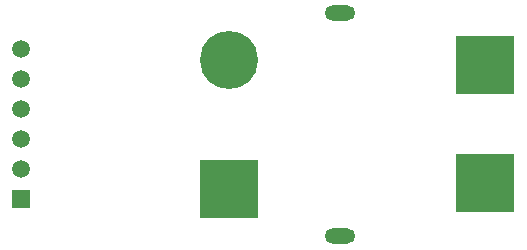
<source format=gbr>
%TF.GenerationSoftware,KiCad,Pcbnew,(6.0.10-0)*%
%TF.CreationDate,2023-02-01T10:43:54-08:00*%
%TF.ProjectId,mosfet_breakout_1.0,6d6f7366-6574-45f6-9272-65616b6f7574,rev?*%
%TF.SameCoordinates,Original*%
%TF.FileFunction,Soldermask,Bot*%
%TF.FilePolarity,Negative*%
%FSLAX46Y46*%
G04 Gerber Fmt 4.6, Leading zero omitted, Abs format (unit mm)*
G04 Created by KiCad (PCBNEW (6.0.10-0)) date 2023-02-01 10:43:54*
%MOMM*%
%LPD*%
G01*
G04 APERTURE LIST*
%ADD10R,1.500000X1.500000*%
%ADD11C,1.500000*%
%ADD12O,2.600000X1.300000*%
%ADD13R,4.916000X4.916000*%
%ADD14C,4.916000*%
%ADD15R,5.000000X5.000000*%
G04 APERTURE END LIST*
D10*
%TO.C,J1*%
X129800000Y-63980000D03*
D11*
X129800000Y-61440000D03*
X129800000Y-58900000D03*
X129800000Y-56360000D03*
X129800000Y-53820000D03*
X129800000Y-51280000D03*
%TD*%
D12*
%TO.C,U1*%
X156792000Y-67108000D03*
X156792000Y-48208000D03*
D13*
X147392000Y-63108000D03*
D14*
X147392000Y-52208000D03*
%TD*%
D15*
%TO.C,TP3*%
X169082400Y-62626400D03*
%TD*%
%TO.C,TP2*%
X169031600Y-52568000D03*
%TD*%
M02*

</source>
